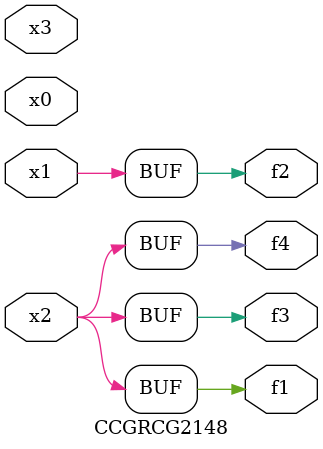
<source format=v>
module CCGRCG2148(
	input x0, x1, x2, x3,
	output f1, f2, f3, f4
);
	assign f1 = x2;
	assign f2 = x1;
	assign f3 = x2;
	assign f4 = x2;
endmodule

</source>
